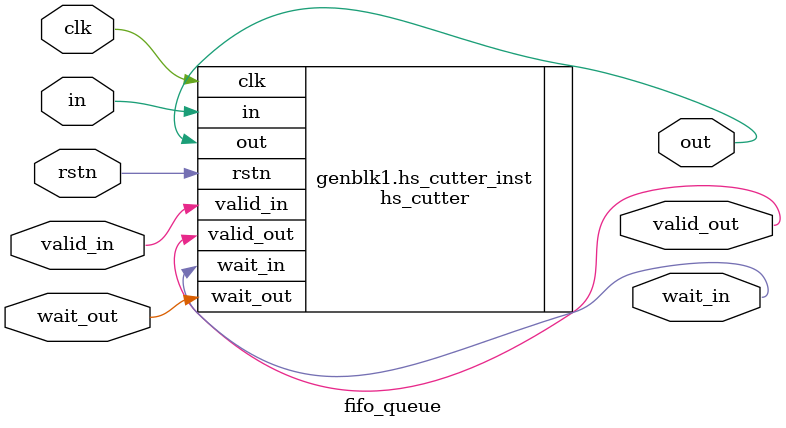
<source format=v>
/*****************************************************************************/
/*                                                                           */
/* Copyright (c) 2020 Seoul National University.                             */
/* All rights reserved.                                                      */
/*                                                                           */
/* Redistribution and use in source and binary forms, with or without        */
/* modification, are permitted provided that the following conditions        */
/* are met:                                                                  */
/*   1. Redistributions of source code must retain the above copyright       */
/*      notice, this list of conditions and the following disclaimer.        */
/*   2. Redistributions in binary form must reproduce the above copyright    */
/*      notice, this list of conditions and the following disclaimer in the  */
/*      documentation and/or other materials provided with the distribution. */
/*   3. Neither the name of Seoul National University nor the names of its   */
/*      contributors may be used to endorse or promote products derived      */
/*      from this software without specific prior written permission.        */
/*                                                                           */
/* THIS SOFTWARE IS PROVIDED BY SEOUL NATIONAL UNIVERSITY "AS IS" AND ANY    */
/* EXPRESS OR IMPLIED WARRANTIES, INCLUDING, BUT NOT LIMITED TO, THE IMPLIED */
/* WARRANTIES OF MERCHANTABILITY AND FITNESS FOR A PARTICULAR PURPOSE ARE    */
/* DISCLAIMED. IN NO EVENT SHALL SEOUL NATIONAL UNIVERSITY BE LIABLE FOR ANY */
/* DIRECT, INDIRECT, INCIDENTAL, SPECIAL, EXEMPLARY, OR CONSEQUENTIAL        */
/* DAMAGES (INCLUDING, BUT NOT LIMITED TO, PROCUREMENT OF SUBSTITUTE GOODS   */
/* OR SERVICES; LOSS OF USE, DATA, OR PROFITS; OR BUSINESS INTERRUPTION)     */
/* HOWEVER CAUSED AND ON ANY THEORY OF LIABILITY, WHETHER IN CONTRACT,       */
/* STRICT LIABILITY, OR TORT (INCLUDING NEGLIGENCE OR OTHERWISE) ARISING IN  */
/* ANY WAY OUT OF THE USE OF THIS SOFTWARE, EVEN IF ADVISED OF THE           */
/* POSSIBILITY OF SUCH DAMAGE.                                               */
/*                                                                           */
/* Contact information:                                                      */
/*   Center for Manycore Programming                                         */
/*   Department of Computer Science and Engineering                          */
/*   Seoul National University, Seoul 08826, Korea                           */
/*   http://aces.snu.ac.kr                                                   */
/*                                                                           */
/* Contributors:                                                             */
/*   Gangwon Jo, Heehoon Kim, Jeesoo Lee, and Jaejin Lee                     */
/*                                                                           */
/*****************************************************************************/

module fifo_queue #(
    parameter WIDTH = 1,
    parameter MAX_LATENCY = 1
    ) (
    input wire clk,
    input wire rstn,
    input wire [WIDTH - 1 : 0] in,
    input wire valid_in,
    output wire wait_in,
    output wire [WIDTH - 1 : 0] out,
    output wire valid_out,
    input wire wait_out
    );

    if (MAX_LATENCY == 1) begin
        // latency 1, capacity 2
        hs_cutter #(
            .WIDTH(WIDTH)
        ) hs_cutter_inst (
            .clk(clk),
            .rstn(rstn),
            .in(in),
            .valid_in(valid_in),
            .wait_in(wait_in),
            .out(out),
            .valid_out(valid_out),
            .wait_out(wait_out)
        );
    end else if (MAX_LATENCY == 2) begin
        // latency 2, capacity MAX_LATENCY + 1
        hs_queue #(
            .WIDTH(WIDTH),
            .DEPTH(MAX_LATENCY + 1),
            .SPEED("OFF")
        ) hs_queue_inst (
            .clk(clk),
            .rstn(rstn),
            .in(in),
            .valid_in(valid_in),
            .wait_in(wait_in),
            .out(out),
            .valid_out(valid_out),
            .wait_out(wait_out)
        );
    end else if (MAX_LATENCY <= 4) begin
        // latency 3, capacity MAX_LATENCY + 1
        hs_queue #(
            .WIDTH(WIDTH),
            .DEPTH(MAX_LATENCY + 1)
        ) hs_queue_inst (
            .clk(clk),
            .rstn(rstn),
            .in(in),
            .valid_in(valid_in),
            .wait_in(wait_in),
            .out(out),
            .valid_out(valid_out),
            .wait_out(wait_out)
        );
    end else begin
        // latency 5, capacity MAX_LATENCY + 1
        hs_cqc #(
            .WIDTH(WIDTH),
            .DEPTH(MAX_LATENCY + 1 - 2)
        ) hs_cqc_inst (
            .clk(clk),
            .rstn(rstn),
            .in(in),
            .valid_in(valid_in),
            .wait_in(wait_in),
            .out(out),
            .valid_out(valid_out),
            .wait_out(wait_out)
        );
    end

endmodule

</source>
